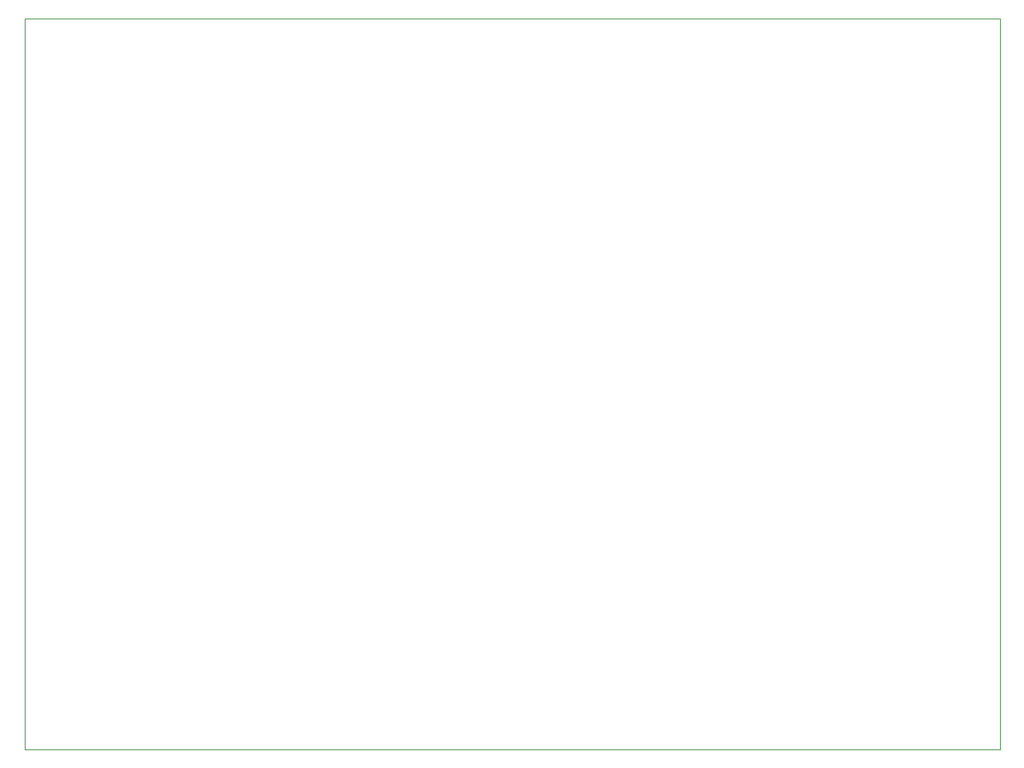
<source format=gbr>
%TF.GenerationSoftware,KiCad,Pcbnew,(5.1.9)-1*%
%TF.CreationDate,2022-07-27T20:03:32-05:00*%
%TF.ProjectId,GPSPuck,47505350-7563-46b2-9e6b-696361645f70,2*%
%TF.SameCoordinates,Original*%
%TF.FileFunction,Profile,NP*%
%FSLAX46Y46*%
G04 Gerber Fmt 4.6, Leading zero omitted, Abs format (unit mm)*
G04 Created by KiCad (PCBNEW (5.1.9)-1) date 2022-07-27 20:03:32*
%MOMM*%
%LPD*%
G01*
G04 APERTURE LIST*
%TA.AperFunction,Profile*%
%ADD10C,0.050000*%
%TD*%
G04 APERTURE END LIST*
D10*
X69850000Y-139700000D02*
X69850000Y-59690000D01*
X176530000Y-139700000D02*
X69850000Y-139700000D01*
X176530000Y-59690000D02*
X176530000Y-139700000D01*
X69850000Y-59690000D02*
X176530000Y-59690000D01*
M02*

</source>
